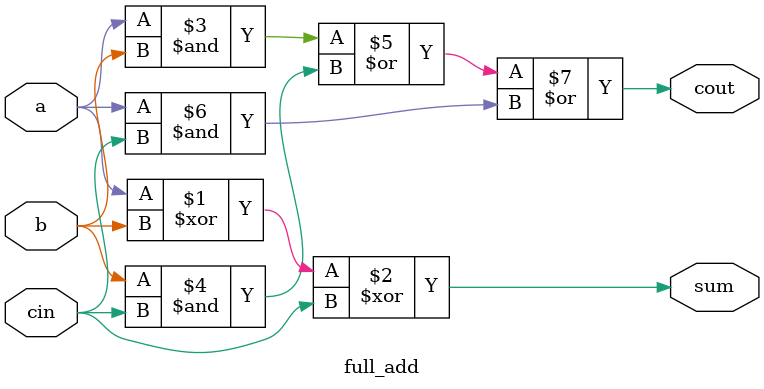
<source format=v>

`timescale 1ns / 1ps 
module full_add(a, b, cin, sum, cout);

   input a;
   input b;
   input cin;

   output sum;
   wire sum;
   output cout;
   wire cout;

   assign sum = a^b^cin; 
   assign cout = ((a&b) | (b&cin) | (a&cin));

endmodule
</source>
